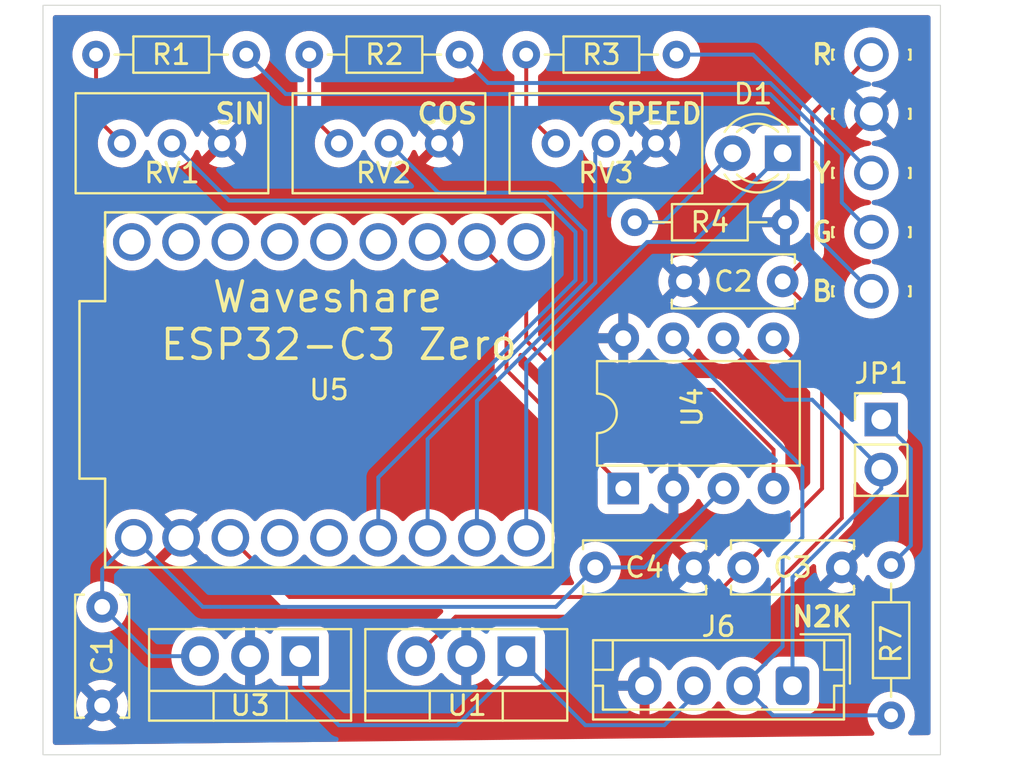
<source format=kicad_pcb>
(kicad_pcb (version 20240108) (generator "pcbnew") (generator_version "8.0")
  (layers (0 "F.Cu" signal) (31 "B.Cu" signal) (34 "B.Paste" user) (35 "F.Paste" user) (36 "B.SilkS" user "B.Silkscreen") (37 "F.SilkS" user "F.Silkscreen") (38 "B.Mask" user) (39 "F.Mask" user) (44 "Edge.Cuts" user))
  (net 0 "")
  (net 1 "+12V")
  (net 2 "+8V")
  (net 3 "GND")
  (net 4 "+5V")
  (net 5 "Net-(U4-TXD)")
  (net 6 "+3.3V")
  (net 7 "Net-(U4-RXD)")
  (net 15 "Net-(JP1-A)")
  (net 16 "Net-(R1-Pad2)")
  (net 17 "Net-(R2-Pad2)")
  (net 18 "Net-(R3-Pad2)")
  (net 19 "Net-(U5-GPIO4)")
  (net 20 "Net-(U5-GPIO3)")
  (net 21 "Net-(U5-GPIO2)")
  (net 22 "Net-(J6-Pin_2)")
  (net 23 "Net-(J6-Pin_1)")
  (net 24 "Net-(J1-Pad1)")
  (net 25 "Net-(J2-Pad1)")
  (net 26 "Net-(J3-Pad1)")
  (net 27 "Net-(D1-A)")
  (net 28 "Net-(D1-K)")
  (footprint "Resistor_THT:R_Axial_DIN0204_L3.6mm_D1.6mm_P7.62mm_Horizontal" (layer "F.Cu") (at 73.62 73.5 180)
    (property "Reference" "R3" (at 3.81 0 180) (layer "F.SilkS"))
    (property "Value" "2200")
    (fp_line (start 6.68 0) (end 5.73 0) (stroke (width 0.12)) (layer "F.SilkS"))
    (fp_line (start 5.73 0.92) (end 5.73 -0.92) (stroke (width 0.12)) (layer "F.SilkS"))
    (fp_line (start 5.73 -0.92) (end 1.89 -0.92) (stroke (width 0.12)) (layer "F.SilkS"))
    (fp_line (start 1.89 0.92) (end 5.73 0.92) (stroke (width 0.12)) (layer "F.SilkS"))
    (fp_line (start 1.89 -0.92) (end 1.89 0.92) (stroke (width 0.12)) (layer "F.SilkS"))
    (fp_line (start 0.94 0) (end 1.89 0) (stroke (width 0.12)) (layer "F.SilkS"))
    (pad "1" thru_hole circle (at 0 0 180) (size 1.4 1.4) (drill 0.7) (layers "*.Cu" "*.Mask") (net 26 "Net-(J3-Pad1)"))
    (pad "2" thru_hole oval (at 7.62 0 180) (size 1.4 1.4) (drill 0.7) (layers "*.Cu" "*.Mask") (net 18 "Net-(R3-Pad2)"))
  )
  (footprint "Package_DIP:DIP-8_W7.62mm" (layer "F.Cu") (at 70.92 95.5 90)
    (property "Reference" "U4" (at 4.12 3.5 270) (layer "F.SilkS"))
    (property "Value" "MCP2562-E-P")
    (fp_line (start 6.46 -1.33) (end 4.81 -1.33) (stroke (width 0.12)) (layer "F.SilkS"))
    (fp_line (start 2.81 -1.33) (end 1.16 -1.33) (stroke (width 0.12)) (layer "F.SilkS"))
    (fp_line (start 1.16 -1.33) (end 1.16 8.95) (stroke (width 0.12)) (layer "F.SilkS"))
    (fp_line (start 6.46 8.95) (end 6.46 -1.33) (stroke (width 0.12)) (layer "F.SilkS"))
    (fp_line (start 1.16 8.95) (end 6.46 8.95) (stroke (width 0.12)) (layer "F.SilkS"))
    (fp_arc (start 4.81 -1.33) (mid 3.81 -0.33) (end 2.81 -1.33) (stroke (width 0.12)) (layer "F.SilkS"))
    (pad "1" thru_hole rect (at 0 0 90) (size 1.6 1.6) (drill 0.8) (layers "*.Cu" "*.Mask") (net 5 "Net-(U4-TXD)"))
    (pad "2" thru_hole oval (at 0 2.54 90) (size 1.6 1.6) (drill 0.8) (layers "*.Cu" "*.Mask") (net 3 "GND"))
    (pad "3" thru_hole oval (at 0 5.08 90) (size 1.6 1.6) (drill 0.8) (layers "*.Cu" "*.Mask") (net 4 "+5V"))
    (pad "4" thru_hole oval (at 0 7.62 90) (size 1.6 1.6) (drill 0.8) (layers "*.Cu" "*.Mask") (net 7 "Net-(U4-RXD)"))
    (pad "5" thru_hole oval (at 7.62 7.62 90) (size 1.6 1.6) (drill 0.8) (layers "*.Cu" "*.Mask") (net 6 "+3.3V"))
    (pad "6" thru_hole oval (at 7.62 5.08 90) (size 1.6 1.6) (drill 0.8) (layers "*.Cu" "*.Mask") (net 23 "Net-(J6-Pin_1)"))
    (pad "7" thru_hole oval (at 7.62 2.54 90) (size 1.6 1.6) (drill 0.8) (layers "*.Cu" "*.Mask") (net 22 "Net-(J6-Pin_2)"))
    (pad "8" thru_hole oval (at 7.62 0 90) (size 1.6 1.6) (drill 0.8) (layers "*.Cu" "*.Mask") (net 3 "GND"))
  )
  (footprint "Potentiometer_THT:Potentiometer_Bourns_3296W_Vertical" (layer "F.Cu") (at 56.5 78 180)
    (property "Reference" "RV2" (at -2.27 -1.5 180) (layer "F.SilkS"))
    (property "Value" "R_Potentiometer_Small")
    (fp_line (start 2.345 -2.53) (end 2.345 2.54) (stroke (width 0.12)) (layer "F.SilkS"))
    (fp_line (start -7.425 2.54) (end 2.345 2.54) (stroke (width 0.12)) (layer "F.SilkS"))
    (fp_line (start -7.425 -2.53) (end 2.345 -2.53) (stroke (width 0.12)) (layer "F.SilkS"))
    (fp_line (start -7.425 -2.53) (end -7.425 2.54) (stroke (width 0.12)) (layer "F.SilkS"))
    (pad "1" thru_hole circle (at 0 0 180) (size 1.44 1.44) (drill 0.8) (layers "*.Cu" "*.Mask") (net 17 "Net-(R2-Pad2)"))
    (pad "2" thru_hole circle (at -2.54 0 180) (size 1.44 1.44) (drill 0.8) (layers "*.Cu" "*.Mask") (net 20 "Net-(U5-GPIO3)"))
    (pad "3" thru_hole circle (at -5.08 0 180) (size 1.44 1.44) (drill 0.8) (layers "*.Cu" "*.Mask") (net 3 "GND"))
  )
  (footprint "Capacitor_THT:C_Disc_D6.0mm_W2.5mm_P5.00mm" (layer "F.Cu") (at 74 85)
    (property "Reference" "C2" (at 2.5 0 360) (layer "F.SilkS"))
    (property "Value" "0.1")
    (fp_line (start -0.62 -1.37) (end -0.62 -0.925) (stroke (width 0.12)) (layer "F.SilkS"))
    (fp_line (start -0.62 -1.37) (end 5.62 -1.37) (stroke (width 0.12)) (layer "F.SilkS"))
    (fp_line (start -0.62 0.925) (end -0.62 1.37) (stroke (width 0.12)) (layer "F.SilkS"))
    (fp_line (start -0.62 1.37) (end 5.62 1.37) (stroke (width 0.12)) (layer "F.SilkS"))
    (fp_line (start 5.62 -1.37) (end 5.62 -0.925) (stroke (width 0.12)) (layer "F.SilkS"))
    (fp_line (start 5.62 0.925) (end 5.62 1.37) (stroke (width 0.12)) (layer "F.SilkS"))
    (pad "1" thru_hole circle (at 0 0) (size 1.6 1.6) (drill 0.8) (layers "*.Cu" "*.Mask") (net 3 "GND"))
    (pad "2" thru_hole circle (at 5 0) (size 1.6 1.6) (drill 0.8) (layers "*.Cu" "*.Mask") (net 2 "+8V"))
  )
  (footprint "Library:KEYSTONE_1267" (layer "F.Cu") (at 83.5 76.5)
    (property "Reference" "J4" (hide yes))
    (property "Value" "1267")
    (fp_line (start -1.98 -0.25) (end -1.91 -0.25) (stroke (width 0.127)) (layer "F.SilkS"))
    (fp_line (start -1.98 0.25) (end -1.98 -0.25) (stroke (width 0.127)) (layer "F.SilkS"))
    (fp_line (start -1.91 0.25) (end -1.98 0.25) (stroke (width 0.127)) (layer "F.SilkS"))
    (fp_line (start 1.91 -0.25) (end 1.98 -0.25) (stroke (width 0.127)) (layer "F.SilkS"))
    (fp_line (start 1.98 -0.25) (end 1.98 0.25) (stroke (width 0.127)) (layer "F.SilkS"))
    (fp_line (start 1.98 0.25) (end 1.91 0.25) (stroke (width 0.127)) (layer "F.SilkS"))
    (pad "1" thru_hole circle (at 0 0) (size 1.755 1.755) (drill 1.17) (layers "*.Cu" "*.Mask") (net 3 "GND"))
  )
  (footprint "Library:KEYSTONE_1267" (layer "F.Cu") (at 83.5 82.5)
    (property "Reference" "J2" (hide yes))
    (property "Value" "1267")
    (fp_line (start -1.98 -0.25) (end -1.91 -0.25) (stroke (width 0.127)) (layer "F.SilkS"))
    (fp_line (start -1.98 0.25) (end -1.98 -0.25) (stroke (width 0.127)) (layer "F.SilkS"))
    (fp_line (start -1.91 0.25) (end -1.98 0.25) (stroke (width 0.127)) (layer "F.SilkS"))
    (fp_line (start 1.91 -0.25) (end 1.98 -0.25) (stroke (width 0.127)) (layer "F.SilkS"))
    (fp_line (start 1.98 -0.25) (end 1.98 0.25) (stroke (width 0.127)) (layer "F.SilkS"))
    (fp_line (start 1.98 0.25) (end 1.91 0.25) (stroke (width 0.127)) (layer "F.SilkS"))
    (pad "1" thru_hole circle (at 0 0) (size 1.755 1.755) (drill 1.17) (layers "*.Cu" "*.Mask") (net 25 "Net-(J2-Pad1)"))
  )
  (footprint "Potentiometer_THT:Potentiometer_Bourns_3296W_Vertical" (layer "F.Cu") (at 45.5 78 180)
    (property "Reference" "RV1" (at -2.54 -1.5 180) (layer "F.SilkS"))
    (property "Value" "R_Potentiometer_Small")
    (fp_line (start 2.345 -2.53) (end 2.345 2.54) (stroke (width 0.12)) (layer "F.SilkS"))
    (fp_line (start -7.425 2.54) (end 2.345 2.54) (stroke (width 0.12)) (layer "F.SilkS"))
    (fp_line (start -7.425 -2.53) (end 2.345 -2.53) (stroke (width 0.12)) (layer "F.SilkS"))
    (fp_line (start -7.425 -2.53) (end -7.425 2.54) (stroke (width 0.12)) (layer "F.SilkS"))
    (pad "1" thru_hole circle (at 0 0 180) (size 1.44 1.44) (drill 0.8) (layers "*.Cu" "*.Mask") (net 16 "Net-(R1-Pad2)"))
    (pad "2" thru_hole circle (at -2.54 0 180) (size 1.44 1.44) (drill 0.8) (layers "*.Cu" "*.Mask") (net 21 "Net-(U5-GPIO2)"))
    (pad "3" thru_hole circle (at -5.08 0 180) (size 1.44 1.44) (drill 0.8) (layers "*.Cu" "*.Mask") (net 3 "GND"))
  )
  (footprint "Connector_JST:JST_EH_B4B-EH-A_1x04_P2.50mm_Vertical" (layer "F.Cu") (at 79.5 105.5 180)
    (property "Reference" "J6" (at 3.75 3 180) (layer "F.SilkS"))
    (property "Value" "Conn_01x04")
    (fp_line (start 10.11 2.31) (end 10.11 -1.71) (stroke (width 0.12)) (layer "F.SilkS"))
    (fp_line (start 10.11 0.81) (end 9.11 0.81) (stroke (width 0.12)) (layer "F.SilkS"))
    (fp_line (start 10.11 -1.71) (end -2.61 -1.71) (stroke (width 0.12)) (layer "F.SilkS"))
    (fp_line (start 9.61 0) (end 10.11 0) (stroke (width 0.12)) (layer "F.SilkS"))
    (fp_line (start 9.61 -1.21) (end 9.61 0) (stroke (width 0.12)) (layer "F.SilkS"))
    (fp_line (start 9.11 0.81) (end 9.11 2.31) (stroke (width 0.12)) (layer "F.SilkS"))
    (fp_line (start -1.61 0.81) (end -1.61 2.31) (stroke (width 0.12)) (layer "F.SilkS"))
    (fp_line (start -2.11 0) (end -2.11 -1.21) (stroke (width 0.12)) (layer "F.SilkS"))
    (fp_line (start -2.11 -1.21) (end 9.61 -1.21) (stroke (width 0.12)) (layer "F.SilkS"))
    (fp_line (start -2.61 2.31) (end 10.11 2.31) (stroke (width 0.12)) (layer "F.SilkS"))
    (fp_line (start -2.61 0.81) (end -1.61 0.81) (stroke (width 0.12)) (layer "F.SilkS"))
    (fp_line (start -2.61 0) (end -2.11 0) (stroke (width 0.12)) (layer "F.SilkS"))
    (fp_line (start -2.61 -1.71) (end -2.61 2.31) (stroke (width 0.12)) (layer "F.SilkS"))
    (fp_line (start -2.91 2.61) (end -0.41 2.61) (stroke (width 0.12)) (layer "F.SilkS"))
    (fp_line (start -2.91 0.11) (end -2.91 2.61) (stroke (width 0.12)) (layer "F.SilkS"))
    (pad "1" thru_hole roundrect (at 0 0 180) (size 1.7 1.95) (drill 0.95) (layers "*.Cu" "*.Mask") (roundrect_rratio 0.147059) (net 23 "Net-(J6-Pin_1)"))
    (pad "2" thru_hole oval (at 2.5 0 180) (size 1.7 1.95) (drill 0.95) (layers "*.Cu" "*.Mask") (net 22 "Net-(J6-Pin_2)"))
    (pad "3" thru_hole oval (at 5 0 180) (size 1.7 1.95) (drill 0.95) (layers "*.Cu" "*.Mask") (net 1 "+12V"))
    (pad "4" thru_hole oval (at 7.5 0 180) (size 1.7 1.95) (drill 0.95) (layers "*.Cu" "*.Mask") (net 3 "GND"))
  )
  (footprint "Resistor_THT:R_Axial_DIN0204_L3.6mm_D1.6mm_P7.62mm_Horizontal" (layer "F.Cu") (at 62.62 73.5 180)
    (property "Reference" "R2" (at 3.81 0 180) (layer "F.SilkS"))
    (property "Value" "2200")
    (fp_line (start 6.68 0) (end 5.73 0) (stroke (width 0.12)) (layer "F.SilkS"))
    (fp_line (start 5.73 0.92) (end 5.73 -0.92) (stroke (width 0.12)) (layer "F.SilkS"))
    (fp_line (start 5.73 -0.92) (end 1.89 -0.92) (stroke (width 0.12)) (layer "F.SilkS"))
    (fp_line (start 1.89 0.92) (end 5.73 0.92) (stroke (width 0.12)) (layer "F.SilkS"))
    (fp_line (start 1.89 -0.92) (end 1.89 0.92) (stroke (width 0.12)) (layer "F.SilkS"))
    (fp_line (start 0.94 0) (end 1.89 0) (stroke (width 0.12)) (layer "F.SilkS"))
    (pad "1" thru_hole circle (at 0 0 180) (size 1.4 1.4) (drill 0.7) (layers "*.Cu" "*.Mask") (net 25 "Net-(J2-Pad1)"))
    (pad "2" thru_hole oval (at 7.62 0 180) (size 1.4 1.4) (drill 0.7) (layers "*.Cu" "*.Mask") (net 17 "Net-(R2-Pad2)"))
  )
  (footprint "Capacitor_THT:C_Disc_D6.0mm_W2.5mm_P5.00mm" (layer "F.Cu") (at 74.5 99.5 180)
    (property "Reference" "C4" (at 2.5 0 180) (layer "F.SilkS"))
    (property "Value" "0.1")
    (fp_line (start 5.62 0.925) (end 5.62 1.37) (stroke (width 0.12)) (layer "F.SilkS"))
    (fp_line (start 5.62 -1.37) (end 5.62 -0.925) (stroke (width 0.12)) (layer "F.SilkS"))
    (fp_line (start -0.62 1.37) (end 5.62 1.37) (stroke (width 0.12)) (layer "F.SilkS"))
    (fp_line (start -0.62 0.925) (end -0.62 1.37) (stroke (width 0.12)) (layer "F.SilkS"))
    (fp_line (start -0.62 -1.37) (end 5.62 -1.37) (stroke (width 0.12)) (layer "F.SilkS"))
    (fp_line (start -0.62 -1.37) (end -0.62 -0.925) (stroke (width 0.12)) (layer "F.SilkS"))
    (pad "1" thru_hole circle (at 0 0 180) (size 1.6 1.6) (drill 0.8) (layers "*.Cu" "*.Mask") (net 3 "GND"))
    (pad "2" thru_hole circle (at 5 0 180) (size 1.6 1.6) (drill 0.8) (layers "*.Cu" "*.Mask") (net 4 "+5V"))
  )
  (footprint "Resistor_THT:R_Axial_DIN0204_L3.6mm_D1.6mm_P7.62mm_Horizontal" (layer "F.Cu") (at 51.81 73.5 180)
    (property "Reference" "R1" (at 3.81 0 180) (layer "F.SilkS"))
    (property "Value" "2200")
    (fp_line (start 6.68 0) (end 5.73 0) (stroke (width 0.12)) (layer "F.SilkS"))
    (fp_line (start 5.73 0.92) (end 5.73 -0.92) (stroke (width 0.12)) (layer "F.SilkS"))
    (fp_line (start 5.73 -0.92) (end 1.89 -0.92) (stroke (width 0.12)) (layer "F.SilkS"))
    (fp_line (start 1.89 0.92) (end 5.73 0.92) (stroke (width 0.12)) (layer "F.SilkS"))
    (fp_line (start 1.89 -0.92) (end 1.89 0.92) (stroke (width 0.12)) (layer "F.SilkS"))
    (fp_line (start 0.94 0) (end 1.89 0) (stroke (width 0.12)) (layer "F.SilkS"))
    (pad "1" thru_hole circle (at 0 0 180) (size 1.4 1.4) (drill 0.7) (layers "*.Cu" "*.Mask") (net 24 "Net-(J1-Pad1)"))
    (pad "2" thru_hole oval (at 7.62 0 180) (size 1.4 1.4) (drill 0.7) (layers "*.Cu" "*.Mask") (net 16 "Net-(R1-Pad2)"))
  )
  (footprint "Library:KEYSTONE_1267" (layer "F.Cu") (at 83.5 85.5)
    (property "Reference" "J1" (hide yes))
    (property "Value" "1267")
    (fp_line (start -1.98 -0.25) (end -1.91 -0.25) (stroke (width 0.127)) (layer "F.SilkS"))
    (fp_line (start -1.98 0.25) (end -1.98 -0.25) (stroke (width 0.127)) (layer "F.SilkS"))
    (fp_line (start -1.91 0.25) (end -1.98 0.25) (stroke (width 0.127)) (layer "F.SilkS"))
    (fp_line (start 1.91 -0.25) (end 1.98 -0.25) (stroke (width 0.127)) (layer "F.SilkS"))
    (fp_line (start 1.98 -0.25) (end 1.98 0.25) (stroke (width 0.127)) (layer "F.SilkS"))
    (fp_line (start 1.98 0.25) (end 1.91 0.25) (stroke (width 0.127)) (layer "F.SilkS"))
    (pad "1" thru_hole circle (at 0 0) (size 1.755 1.755) (drill 1.17) (layers "*.Cu" "*.Mask") (net 24 "Net-(J1-Pad1)"))
  )
  (footprint "Capacitor_THT:C_Disc_D6.0mm_W2.5mm_P5.00mm" (layer "F.Cu") (at 44.5 101.5 -90)
    (property "Reference" "C1" (at 2.5 0 90) (layer "F.SilkS"))
    (property "Value" "0.1")
    (fp_line (start -0.62 1.37) (end 5.62 1.37) (stroke (width 0.12)) (layer "F.SilkS"))
    (fp_line (start -0.62 0.925) (end -0.62 1.37) (stroke (width 0.12)) (layer "F.SilkS"))
    (fp_line (start 5.62 0.925) (end 5.62 1.37) (stroke (width 0.12)) (layer "F.SilkS"))
    (fp_line (start -0.62 -1.37) (end -0.62 -0.925) (stroke (width 0.12)) (layer "F.SilkS"))
    (fp_line (start -0.62 -1.37) (end 5.62 -1.37) (stroke (width 0.12)) (layer "F.SilkS"))
    (fp_line (start 5.62 -1.37) (end 5.62 -0.925) (stroke (width 0.12)) (layer "F.SilkS"))
    (pad "1" thru_hole circle (at 0 0 270) (size 1.6 1.6) (drill 0.8) (layers "*.Cu" "*.Mask") (net 4 "+5V"))
    (pad "2" thru_hole circle (at 5 0 270) (size 1.6 1.6) (drill 0.8) (layers "*.Cu" "*.Mask") (net 3 "GND"))
  )
  (footprint "Connector_PinHeader_2.54mm:PinHeader_1x02_P2.54mm_Vertical" (layer "F.Cu") (at 84 92)
    (property "Reference" "JP1" (at 0 -2.33 360) (layer "F.SilkS"))
    (property "Value" "Jumper_2_Open")
    (fp_line (start -1.33 -1.33) (end 0 -1.33) (stroke (width 0.12)) (layer "F.SilkS"))
    (fp_line (start -1.33 0) (end -1.33 -1.33) (stroke (width 0.12)) (layer "F.SilkS"))
    (fp_line (start -1.33 1.27) (end -1.33 3.87) (stroke (width 0.12)) (layer "F.SilkS"))
    (fp_line (start -1.33 1.27) (end 1.33 1.27) (stroke (width 0.12)) (layer "F.SilkS"))
    (fp_line (start -1.33 3.87) (end 1.33 3.87) (stroke (width 0.12)) (layer "F.SilkS"))
    (fp_line (start 1.33 1.27) (end 1.33 3.87) (stroke (width 0.12)) (layer "F.SilkS"))
    (pad "1" thru_hole rect (at 0 0) (size 1.7 1.7) (drill 1) (layers "*.Cu" "*.Mask") (net 15 "Net-(JP1-A)"))
    (pad "2" thru_hole oval (at 0 2.54) (size 1.7 1.7) (drill 1) (layers "*.Cu" "*.Mask") (net 23 "Net-(J6-Pin_1)"))
  )
  (footprint "Package_TO_SOT_THT:TO-220-3_Vertical" (layer "F.Cu") (at 54.54 104 180)
    (property "Reference" "U3" (at 2.54 -2.5 180) (layer "F.SilkS"))
    (property "Value" "LM7805_TO220")
    (fp_line (start 7.66 -3.27) (end 7.66 1.371) (stroke (width 0.12)) (layer "F.SilkS"))
    (fp_line (start 4.391 -3.27) (end 4.391 -1.76) (stroke (width 0.12)) (layer "F.SilkS"))
    (fp_line (start 0.69 -3.27) (end 0.69 -1.76) (stroke (width 0.12)) (layer "F.SilkS"))
    (fp_line (start -2.58 1.371) (end 7.66 1.371) (stroke (width 0.12)) (layer "F.SilkS"))
    (fp_line (start -2.58 -1.76) (end 7.66 -1.76) (stroke (width 0.12)) (layer "F.SilkS"))
    (fp_line (start -2.58 -3.27) (end 7.66 -3.27) (stroke (width 0.12)) (layer "F.SilkS"))
    (fp_line (start -2.58 -3.27) (end -2.58 1.371) (stroke (width 0.12)) (layer "F.SilkS"))
    (pad "1" thru_hole rect (at 0 0 180) (size 1.905 2) (drill 1.1) (layers "*.Cu" "*.Mask") (net 1 "+12V"))
    (pad "2" thru_hole oval (at 2.54 0 180) (size 1.905 2) (drill 1.1) (layers "*.Cu" "*.Mask") (net 3 "GND"))
    (pad "3" thru_hole oval (at 5.08 0 180) (size 1.905 2) (drill 1.1) (layers "*.Cu" "*.Mask") (net 4 "+5V"))
  )
  (footprint "Resistor_THT:R_Axial_DIN0204_L3.6mm_D1.6mm_P7.62mm_Horizontal" (layer "F.Cu") (at 84.5 107 90)
    (property "Reference" "R7" (at 3.62 0 90) (layer "F.SilkS"))
    (property "Value" "120")
    (fp_line (start 5.73 -0.92) (end 1.89 -0.92) (stroke (width 0.12)) (layer "F.SilkS"))
    (fp_line (start 1.89 -0.92) (end 1.89 0.92) (stroke (width 0.12)) (layer "F.SilkS"))
    (fp_line (start 6.68 0) (end 5.73 0) (stroke (width 0.12)) (layer "F.SilkS"))
    (fp_line (start 0.94 0) (end 1.89 0) (stroke (width 0.12)) (layer "F.SilkS"))
    (fp_line (start 5.73 0.92) (end 5.73 -0.92) (stroke (width 0.12)) (layer "F.SilkS"))
    (fp_line (start 1.89 0.92) (end 5.73 0.92) (stroke (width 0.12)) (layer "F.SilkS"))
    (pad "1" thru_hole circle (at 0 0 90) (size 1.4 1.4) (drill 0.7) (layers "*.Cu" "*.Mask") (net 22 "Net-(J6-Pin_2)"))
    (pad "2" thru_hole oval (at 7.62 0 90) (size 1.4 1.4) (drill 0.7) (layers "*.Cu" "*.Mask") (net 15 "Net-(JP1-A)"))
  )
  (footprint "Package_TO_SOT_THT:TO-220-3_Vertical" (layer "F.Cu") (at 65.5 104 180)
    (property "Reference" "U1" (at 2.5 -2.5 180) (layer "F.SilkS"))
    (property "Value" "LM7808_TO220")
    (fp_line (start 7.66 -3.27) (end 7.66 1.371) (stroke (width 0.12)) (layer "F.SilkS"))
    (fp_line (start 4.391 -3.27) (end 4.391 -1.76) (stroke (width 0.12)) (layer "F.SilkS"))
    (fp_line (start 0.69 -3.27) (end 0.69 -1.76) (stroke (width 0.12)) (layer "F.SilkS"))
    (fp_line (start -2.58 1.371) (end 7.66 1.371) (stroke (width 0.12)) (layer "F.SilkS"))
    (fp_line (start -2.58 -1.76) (end 7.66 -1.76) (stroke (width 0.12)) (layer "F.SilkS"))
    (fp_line (start -2.58 -3.27) (end 7.66 -3.27) (stroke (width 0.12)) (layer "F.SilkS"))
    (fp_line (start -2.58 -3.27) (end -2.58 1.371) (stroke (width 0.12)) (layer "F.SilkS"))
    (pad "1" thru_hole rect (at 0 0 180) (size 1.905 2) (drill 1.1) (layers "*.Cu" "*.Mask") (net 1 "+12V"))
    (pad "2" thru_hole oval (at 2.54 0 180) (size 1.905 2) (drill 1.1) (layers "*.Cu" "*.Mask") (net 3 "GND"))
    (pad "3" thru_hole oval (at 5.08 0 180) (size 1.905 2) (drill 1.1) (layers "*.Cu" "*.Mask") (net 2 "+8V"))
  )
  (footprint "Library:KEYSTONE_1267" (layer "F.Cu") (at 83.5 79.5)
    (property "Reference" "J3" (hide yes))
    (property "Value" "1267")
    (fp_line (start -1.98 -0.25) (end -1.91 -0.25) (stroke (width 0.127)) (layer "F.SilkS"))
    (fp_line (start -1.98 0.25) (end -1.98 -0.25) (stroke (width 0.127)) (layer "F.SilkS"))
    (fp_line (start -1.91 0.25) (end -1.98 0.25) (stroke (width 0.127)) (layer "F.SilkS"))
    (fp_line (start 1.91 -0.25) (end 1.98 -0.25) (stroke (width 0.127)) (layer "F.SilkS"))
    (fp_line (start 1.98 -0.25) (end 1.98 0.25) (stroke (width 0.127)) (layer "F.SilkS"))
    (fp_line (start 1.98 0.25) (end 1.91 0.25) (stroke (width 0.127)) (layer "F.SilkS"))
    (pad "1" thru_hole circle (at 0 0) (size 1.755 1.755) (drill 1.17) (layers "*.Cu" "*.Mask") (net 26 "Net-(J3-Pad1)"))
  )
  (footprint "LED_THT:LED_D3.0mm" (layer "F.Cu") (at 79 78.5 180)
    (property "Reference" "D1" (at 1.5 3 180) (layer "F.SilkS"))
    (property "Value" "LED")
    (fp_line (start -0.29 1.08) (end -0.29 1.236) (stroke (width 0.12)) (layer "F.SilkS"))
    (fp_line (start -0.29 -1.236) (end -0.29 -1.08) (stroke (width 0.12)) (layer "F.SilkS"))
    (fp_arc (start 2.942335 1.078608) (mid 1.366487 1.987659) (end -0.29 1.235516) (stroke (width 0.12)) (layer "F.SilkS"))
    (fp_arc (start 2.31113 1.079837) (mid 1.270117 1.5) (end 0.229039 1.08) (stroke (width 0.12)) (layer "F.SilkS"))
    (fp_arc (start 0.229039 -1.08) (mid 1.270117 -1.5) (end 2.31113 -1.079837) (stroke (width 0.12)) (layer "F.SilkS"))
    (fp_arc (start -0.29 -1.235516) (mid 1.366487 -1.987659) (end 2.942335 -1.078608) (stroke (width 0.12)) (layer "F.SilkS"))
    (pad "1" thru_hole rect (at 0 0 180) (size 1.8 1.8) (drill 0.9) (layers "*.Cu" "*.Mask") (net 28 "Net-(D1-K)"))
    (pad "2" thru_hole circle (at 2.54 0 180) (size 1.8 1.8) (drill 0.9) (layers "*.Cu" "*.Mask") (net 27 "Net-(D1-A)"))
  )
  (footprint "Library:KEYSTONE_1267" (layer "F.Cu") (at 83.5 73.5)
    (property "Reference" "J5" (hide yes))
    (property "Value" "1267")
    (fp_line (start -1.98 -0.25) (end -1.91 -0.25) (stroke (width 0.127)) (layer "F.SilkS"))
    (fp_line (start -1.98 0.25) (end -1.98 -0.25) (stroke (width 0.127)) (layer "F.SilkS"))
    (fp_line (start -1.91 0.25) (end -1.98 0.25) (stroke (width 0.127)) (layer "F.SilkS"))
    (fp_line (start 1.91 -0.25) (end 1.98 -0.25) (stroke (width 0.127)) (layer "F.SilkS"))
    (fp_line (start 1.98 -0.25) (end 1.98 0.25) (stroke (width 0.127)) (layer "F.SilkS"))
    (fp_line (start 1.98 0.25) (end 1.91 0.25) (stroke (width 0.127)) (layer "F.SilkS"))
    (pad "1" thru_hole circle (at 0 0) (size 1.755 1.755) (drill 1.17) (layers "*.Cu" "*.Mask") (net 2 "+8V"))
  )
  (footprint "Resistor_THT:R_Axial_DIN0204_L3.6mm_D1.6mm_P7.62mm_Horizontal" (layer "F.Cu") (at 71.5 82)
    (property "Reference" "R4" (at 3.81 0 0) (layer "F.SilkS"))
    (property "Value" "100")
    (fp_line (start 0.94 0) (end 1.89 0) (stroke (width 0.12)) (layer "F.SilkS"))
    (fp_line (start 1.89 -0.92) (end 1.89 0.92) (stroke (width 0.12)) (layer "F.SilkS"))
    (fp_line (start 1.89 0.92) (end 5.73 0.92) (stroke (width 0.12)) (layer "F.SilkS"))
    (fp_line (start 5.73 -0.92) (end 1.89 -0.92) (stroke (width 0.12)) (layer "F.SilkS"))
    (fp_line (start 5.73 0.92) (end 5.73 -0.92) (stroke (width 0.12)) (layer "F.SilkS"))
    (fp_line (start 6.68 0) (end 5.73 0) (stroke (width 0.12)) (layer "F.SilkS"))
    (pad "1" thru_hole circle (at 0 0) (size 1.4 1.4) (drill 0.7) (layers "*.Cu" "*.Mask") (net 27 "Net-(D1-A)"))
    (pad "2" thru_hole oval (at 7.62 0) (size 1.4 1.4) (drill 0.7) (layers "*.Cu" "*.Mask") (net 3 "GND"))
  )
  (footprint "Library:WAVESHARE_DEVKIT_ESP32-C3-ZERO" (layer "F.Cu") (at 56 90.5 90)
    (property "Reference" "U5" (at 0 0 360) (layer "F.SilkS"))
    (property "Value" "ESP32-C3_SUPERMINI")
    (fp_line (start 4.5 -12.65) (end -4.5 -12.65) (stroke (width 0.127)) (layer "F.SilkS"))
    (fp_line (start 4.5 -12.65) (end 4.5 -11.35) (stroke (width 0.127)) (layer "F.SilkS"))
    (fp_line (start -4.5 -12.65) (end -4.5 -11.35) (stroke (width 0.127)) (layer "F.SilkS"))
    (fp_line (start 9 -11.35) (end 4.5 -11.35) (stroke (width 0.127)) (layer "F.SilkS"))
    (fp_line (start -4.5 -11.35) (end -9 -11.35) (stroke (width 0.127)) (layer "F.SilkS"))
    (fp_line (start 9 11.35) (end 9 -11.35) (stroke (width 0.127)) (layer "F.SilkS"))
    (fp_line (start 9 11.35) (end -9 11.35) (stroke (width 0.127)) (layer "F.SilkS"))
    (fp_line (start -9 11.35) (end -9 -11.35) (stroke (width 0.127)) (layer "F.SilkS"))
    (pad "0" thru_hole circle (at -7.5 -2.5 90) (size 1.905 1.905) (drill 1.27) (layers "*.Cu" "*.Mask"))
    (pad "1" thru_hole circle (at -7.5 0 90) (size 1.905 1.905) (drill 1.27) (layers "*.Cu" "*.Mask"))
    (pad "2" thru_hole circle (at -7.5 2.5 90) (size 1.905 1.905) (drill 1.27) (layers "*.Cu" "*.Mask") (net 21 "Net-(U5-GPIO2)"))
    (pad "3" thru_hole circle (at -7.5 5 90) (size 1.905 1.905) (drill 1.27) (layers "*.Cu" "*.Mask") (net 20 "Net-(U5-GPIO3)"))
    (pad "3.3" thru_hole circle (at -7.5 -5 90) (size 1.905 1.905) (drill 1.27) (layers "*.Cu" "*.Mask") (net 6 "+3.3V"))
    (pad "4" thru_hole circle (at -7.5 7.5 90) (size 1.905 1.905) (drill 1.27) (layers "*.Cu" "*.Mask") (net 19 "Net-(U5-GPIO4)"))
    (pad "5" thru_hole circle (at -7.5 10 90) (size 1.905 1.905) (drill 1.27) (layers "*.Cu" "*.Mask") (net 28 "Net-(D1-K)"))
    (pad "5V" thru_hole circle (at -7.5 -9.9 90) (size 1.905 1.905) (drill 1.27) (layers "*.Cu" "*.Mask") (net 4 "+5V"))
    (pad "6" thru_hole circle (at 7.5 10 90) (size 1.905 1.905) (drill 1.27) (layers "*.Cu" "*.Mask"))
    (pad "7" thru_hole circle (at 7.5 7.5 90) (size 1.905 1.905) (drill 1.27) (layers "*.Cu" "*.Mask") (net 7 "Net-(U4-RXD)"))
    (pad "8" thru_hole circle (at 7.5 5 90) (size 1.905 1.905) (drill 1.27) (layers "*.Cu" "*.Mask") (net 5 "Net-(U4-TXD)"))
    (pad "9" thru_hole circle (at 7.5 2.5 90) (size 1.905 1.905) (drill 1.27) (layers "*.Cu" "*.Mask"))
    (pad "10" thru_hole circle (at 7.5 0 90) (size 1.905 1.905) (drill 1.27) (layers "*.Cu" "*.Mask"))
    (pad "18" thru_hole circle (at 7.5 -2.5 90) (size 1.905 1.905) (drill 1.27) (layers "*.Cu" "*.Mask"))
    (pad "19" thru_hole circle (at 7.5 -5 90) (size 1.905 1.905) (drill 1.27) (layers "*.Cu" "*.Mask"))
    (pad "20" thru_hole circle (at 7.5 -7.5 90) (size 1.905 1.905) (drill 1.27) (layers "*.Cu" "*.Mask"))
    (pad "21" thru_hole circle (at 7.5 -10 90) (size 1.905 1.905) (drill 1.27) (layers "*.Cu" "*.Mask"))
    (pad "G" thru_hole circle (at -7.5 -7.5 90) (size 1.905 1.905) (drill 1.27) (layers "*.Cu" "*.Mask") (net 3 "GND"))
  )
  (footprint "Potentiometer_THT:Potentiometer_Bourns_3296W_Vertical" (layer "F.Cu") (at 67.5 78 180)
    (property "Reference" "RV3" (at -2.54 -1.5 180) (layer "F.SilkS"))
    (property "Value" "R_Potentiometer_Small")
    (fp_line (start 2.345 -2.53) (end 2.345 2.54) (stroke (width 0.12)) (layer "F.SilkS"))
    (fp_line (start -7.425 2.54) (end 2.345 2.54) (stroke (width 0.12)) (layer "F.SilkS"))
    (fp_line (start -7.425 -2.53) (end 2.345 -2.53) (stroke (width 0.12)) (layer "F.SilkS"))
    (fp_line (start -7.425 -2.53) (end -7.425 2.54) (stroke (width 0.12)) (layer "F.SilkS"))
    (pad "1" thru_hole circle (at 0 0 180) (size 1.44 1.44) (drill 0.8) (layers "*.Cu" "*.Mask") (net 18 "Net-(R3-Pad2)"))
    (pad "2" thru_hole circle (at -2.54 0 180) (size 1.44 1.44) (drill 0.8) (layers "*.Cu" "*.Mask") (net 19 "Net-(U5-GPIO4)"))
    (pad "3" thru_hole circle (at -5.08 0 180) (size 1.44 1.44) (drill 0.8) (layers "*.Cu" "*.Mask") (net 3 "GND"))
  )
  (footprint "Capacitor_THT:C_Disc_D6.0mm_W2.5mm_P5.00mm" (layer "F.Cu") (at 77 99.5)
    (property "Reference" "C3" (at 2.5 0 0) (layer "F.SilkS"))
    (property "Value" "0.1")
    (fp_line (start -0.62 -1.37) (end -0.62 -0.925) (stroke (width 0.12)) (layer "F.SilkS"))
    (fp_line (start -0.62 -1.37) (end 5.62 -1.37) (stroke (width 0.12)) (layer "F.SilkS"))
    (fp_line (start -0.62 0.925) (end -0.62 1.37) (stroke (width 0.12)) (layer "F.SilkS"))
    (fp_line (start -0.62 1.37) (end 5.62 1.37) (stroke (width 0.12)) (layer "F.SilkS"))
    (fp_line (start 5.62 -1.37) (end 5.62 -0.925) (stroke (width 0.12)) (layer "F.SilkS"))
    (fp_line (start 5.62 0.925) (end 5.62 1.37) (stroke (width 0.12)) (layer "F.SilkS"))
    (pad "1" thru_hole circle (at 0 0) (size 1.6 1.6) (drill 0.8) (layers "*.Cu" "*.Mask") (net 6 "+3.3V"))
    (pad "2" thru_hole circle (at 5 0) (size 1.6 1.6) (drill 0.8) (layers "*.Cu" "*.Mask") (net 3 "GND"))
  )
  (gr_rect (start 41.5 71) (end 87 109) (stroke (width 0.05)) (fill none) (layer "Edge.Cuts"))
  (gr_text "SPEED" (at 72.5 76.5 0) (layer "F.SilkS") (effects (font (size 1 1) (thickness 0.1875))))
  (gr_text "SIN" (at 51.5 76.5 0) (layer "F.SilkS") (effects (font (size 1 1) (thickness 0.1875))))
  (gr_text "COS" (at 62 76.5 0) (layer "F.SilkS") (effects (font (size 1 1) (thickness 0.1875))))
  (gr_text "B" (at 81 85.5 0) (layer "F.SilkS") (effects (font (size 1 1) (thickness 0.1875))))
  (gr_text "Waveshare \nESP32-C3 Zero" (at 56.5 87 0) (layer "F.SilkS") (effects (font (size 1.5 1.5) (thickness 0.1875))))
  (gr_text "R" (at 81 73.5 0) (layer "F.SilkS") (effects (font (size 1 1) (thickness 0.1875))))
  (gr_text "N2K" (at 81 102 0) (layer "F.SilkS") (effects (font (size 1 1) (thickness 0.1875))))
  (gr_text "G" (at 81 82.5 0) (layer "F.SilkS") (effects (font (size 1 1) (thickness 0.1875))))
  (gr_text "Y" (at 81 79.5 0) (layer "F.SilkS") (effects (font (size 1 1) (thickness 0.1875))))
  (segment (start 65.5 104.5) (end 62.5 107.5) (width 0.2) (layer "B.Cu") (net 1))
  (segment (start 54.54 105.54) (end 54.54 104) (width 0.2) (layer "B.Cu") (net 1))
  (segment (start 73 107.5) (end 69 107.5) (width 0.2) (layer "B.Cu") (net 1))
  (segment (start 74.5 106) (end 73 107.5) (width 0.2) (layer "B.Cu") (net 1))
  (segment (start 69 107.5) (end 65.5 104) (width 0.2) (layer "B.Cu") (net 1))
  (segment (start 65.5 104) (end 65.5 104.5) (width 0.2) (layer "B.Cu") (net 1))
  (segment (start 74.5 105.5) (end 74.5 106) (width 0.2) (layer "B.Cu") (net 1))
  (segment (start 62.5 107.5) (end 56.5 107.5) (width 0.2) (layer "B.Cu") (net 1))
  (segment (start 56.5 107.5) (end 54.54 105.54) (width 0.2) (layer "B.Cu") (net 1))
  (segment (start 80.5 76.5) (end 83.5 73.5) (width 0.2) (layer "F.Cu") (net 2))
  (segment (start 60.42 104) (end 62.42 102) (width 0.2) (layer "F.Cu") (net 2))
  (segment (start 82 97) (end 82 88) (width 0.2) (layer "F.Cu") (net 2))
  (segment (start 62.42 102) (end 77 102) (width 0.2) (layer "F.Cu") (net 2))
  (segment (start 77 102) (end 82 97) (width 0.2) (layer "F.Cu") (net 2))
  (segment (start 79 85) (end 80.5 83.5) (width 0.2) (layer "F.Cu") (net 2))
  (segment (start 82 88) (end 79 85) (width 0.2) (layer "F.Cu") (net 2))
  (segment (start 80.5 83.5) (end 80.5 76.5) (width 0.2) (layer "F.Cu") (net 2))
  (segment (start 50.5 101.5) (end 67.5 101.5) (width 0.2) (layer "B.Cu") (net 4))
  (segment (start 49.46 104) (end 47 104) (width 0.2) (layer "B.Cu") (net 4))
  (segment (start 47 104) (end 44.5 101.5) (width 0.2) (layer "B.Cu") (net 4))
  (segment (start 44.5 99.6) (end 46.1 98) (width 0.2) (layer "B.Cu") (net 4))
  (segment (start 69.5 99.5) (end 72 99.5) (width 0.2) (layer "B.Cu") (net 4))
  (segment (start 46.1 98) (end 49.6 101.5) (width 0.2) (layer "B.Cu") (net 4))
  (segment (start 67.5 101.5) (end 69.5 99.5) (width 0.2) (layer "B.Cu") (net 4))
  (segment (start 72 99.5) (end 76 95.5) (width 0.2) (layer "B.Cu") (net 4))
  (segment (start 44.5 101.5) (end 44.5 99.6) (width 0.2) (layer "B.Cu") (net 4))
  (segment (start 49.6 101.5) (end 50.5 101.5) (width 0.2) (layer "B.Cu") (net 4))
  (segment (start 70.92 95.5) (end 70.92 95.42) (width 0.2) (layer "F.Cu") (net 5))
  (segment (start 70.92 95.42) (end 65 89.5) (width 0.2) (layer "F.Cu") (net 5))
  (segment (start 65 87) (end 61 83) (width 0.2) (layer "F.Cu") (net 5))
  (segment (start 65 89.5) (end 65 87) (width 0.2) (layer "F.Cu") (net 5))
  (segment (start 77 99.5) (end 81 95.5) (width 0.2) (layer "F.Cu") (net 6))
  (segment (start 81 95.5) (end 81 90.34) (width 0.2) (layer "F.Cu") (net 6))
  (segment (start 75.5 101) (end 77 99.5) (width 0.2) (layer "F.Cu") (net 6))
  (segment (start 54 101) (end 75.5 101) (width 0.2) (layer "F.Cu") (net 6))
  (segment (start 81 90.34) (end 78.54 87.88) (width 0.2) (layer "F.Cu") (net 6))
  (segment (start 51 98) (end 54 101) (width 0.2) (layer "F.Cu") (net 6))
  (segment (start 66 88) (end 66 85.5) (width 0.2) (layer "F.Cu") (net 7))
  (segment (start 75.5 90.5) (end 68.5 90.5) (width 0.2) (layer "F.Cu") (net 7))
  (segment (start 68.5 90.5) (end 66 88) (width 0.2) (layer "F.Cu") (net 7))
  (segment (start 66 85.5) (end 63.5 83) (width 0.2) (layer "F.Cu") (net 7))
  (segment (start 78.54 95.5) (end 78.54 93.54) (width 0.2) (layer "F.Cu") (net 7))
  (segment (start 78.54 93.54) (end 75.5 90.5) (width 0.2) (layer "F.Cu") (net 7))
  (segment (start 84.5 99.38) (end 85.5 98.38) (width 0.2) (layer "B.Cu") (net 15))
  (segment (start 85.5 98.38) (end 85.5 93.5) (width 0.2) (layer "B.Cu") (net 15))
  (segment (start 85.5 93.5) (end 84 92) (width 0.2) (layer "B.Cu") (net 15))
  (segment (start 44.19 76.69) (end 45.5 78) (width 0.2) (layer "F.Cu") (net 16))
  (segment (start 44.19 73.5) (end 44.19 76.69) (width 0.2) (layer "F.Cu") (net 16))
  (segment (start 55 76.5) (end 56.5 78) (width 0.2) (layer "F.Cu") (net 17))
  (segment (start 55 73.5) (end 55 76.5) (width 0.2) (layer "F.Cu") (net 17))
  (segment (start 66 73.5) (end 66 76.5) (width 0.2) (layer "F.Cu") (net 18))
  (segment (start 66 76.5) (end 67.5 78) (width 0.2) (layer "F.Cu") (net 18))
  (segment (start 69.5 78.5) (end 69.5 85.065686) (width 0.2) (layer "B.Cu") (net 19))
  (segment (start 63.5 91.065686) (end 63.5 98) (width 0.2) (layer "B.Cu") (net 19))
  (segment (start 70 78) (end 69.5 78.5) (width 0.2) (layer "B.Cu") (net 19))
  (segment (start 69.5 85.065686) (end 63.5 91.065686) (width 0.2) (layer "B.Cu") (net 19))
  (segment (start 70.04 78) (end 70 78) (width 0.2) (layer "B.Cu") (net 19))
  (segment (start 69 82.434315) (end 67.065685 80.5) (width 0.2) (layer "B.Cu") (net 20))
  (segment (start 61.54 80.5) (end 59.04 78) (width 0.2) (layer "B.Cu") (net 20))
  (segment (start 67.065685 80.5) (end 61.54 80.5) (width 0.2) (layer "B.Cu") (net 20))
  (segment (start 61 98) (end 61 93) (width 0.2) (layer "B.Cu") (net 20))
  (segment (start 69 85) (end 69 82.434315) (width 0.2) (layer "B.Cu") (net 20))
  (segment (start 61 93) (end 69 85) (width 0.2) (layer "B.Cu") (net 20))
  (segment (start 50.94 80.9) (end 48.04 78) (width 0.2) (layer "B.Cu") (net 21))
  (segment (start 66.9 80.9) (end 50.94 80.9) (width 0.2) (layer "B.Cu") (net 21))
  (segment (start 68.5 84.934314) (end 68.5 82.5) (width 0.2) (layer "B.Cu") (net 21))
  (segment (start 68.5 82.5) (end 66.9 80.9) (width 0.2) (layer "B.Cu") (net 21))
  (segment (start 58.5 98) (end 58.5 94.934314) (width 0.2) (layer "B.Cu") (net 21))
  (segment (start 58.5 94.934314) (end 68.5 84.934314) (width 0.2) (layer "B.Cu") (net 21))
  (segment (start 78.5 107) (end 84.5 107) (width 0.2) (layer "B.Cu") (net 22))
  (segment (start 79 98.974314) (end 80 97.974314) (width 0.2) (layer "B.Cu") (net 22))
  (segment (start 80 97.974314) (end 80 94.42) (width 0.2) (layer "B.Cu") (net 22))
  (segment (start 80 94.42) (end 73.46 87.88) (width 0.2) (layer "B.Cu") (net 22))
  (segment (start 77 105.5) (end 78.5 107) (width 0.2) (layer "B.Cu") (net 22))
  (segment (start 79 103.5) (end 79 98.974314) (width 0.2) (layer "B.Cu") (net 22))
  (segment (start 77 105.5) (end 79 103.5) (width 0.2) (layer "B.Cu") (net 22))
  (segment (start 84 95.5) (end 84 94.54) (width 0.2) (layer "B.Cu") (net 23))
  (segment (start 79.12 91) (end 80.5 91) (width 0.2) (layer "B.Cu") (net 23))
  (segment (start 80.5 91) (end 84 94.5) (width 0.2) (layer "B.Cu") (net 23))
  (segment (start 84 94.5) (end 84 94.54) (width 0.2) (layer "B.Cu") (net 23))
  (segment (start 76 87.88) (end 79.12 91) (width 0.2) (layer "B.Cu") (net 23))
  (segment (start 79.5 105.5) (end 79.5 100) (width 0.2) (layer "B.Cu") (net 23))
  (segment (start 79.5 100) (end 84 95.5) (width 0.2) (layer "B.Cu") (net 23))
  (segment (start 78.368628 75.5) (end 78 75.5) (width 0.2) (layer "B.Cu") (net 24))
  (segment (start 83.5 85.5) (end 81 83) (width 0.2) (layer "B.Cu") (net 24))
  (segment (start 81 78.131372) (end 78.368628 75.5) (width 0.2) (layer "B.Cu") (net 24))
  (segment (start 51.81 73.5) (end 53.81 75.5) (width 0.2) (layer "B.Cu") (net 24))
  (segment (start 81 83) (end 81 78.131372) (width 0.2) (layer "B.Cu") (net 24))
  (segment (start 53.81 75.5) (end 78 75.5) (width 0.2) (layer "B.Cu") (net 24))
  (segment (start 64.06 74.94) (end 78.374314 74.94) (width 0.2) (layer "B.Cu") (net 25))
  (segment (start 78.374314 74.94) (end 82 78.565686) (width 0.2) (layer "B.Cu") (net 25))
  (segment (start 82 81) (end 83.5 82.5) (width 0.2) (layer "B.Cu") (net 25))
  (segment (start 62.62 73.5) (end 64.06 74.94) (width 0.2) (layer "B.Cu") (net 25))
  (segment (start 82 78.565686) (end 82 81) (width 0.2) (layer "B.Cu") (net 25))
  (segment (start 77.5 73.5) (end 83.5 79.5) (width 0.2) (layer "B.Cu") (net 26))
  (segment (start 73.62 73.5) (end 77.5 73.5) (width 0.2) (layer "B.Cu") (net 26))
  (segment (start 72.96 82) (end 76.46 78.5) (width 0.2) (layer "B.Cu") (net 27))
  (segment (start 71.5 82) (end 72.96 82) (width 0.2) (layer "B.Cu") (net 27))
  (segment (start 74.5 83) (end 79 78.5) (width 0.2) (layer "B.Cu") (net 28))
  (segment (start 66 98) (end 66 89.131372) (width 0.2) (layer "B.Cu") (net 28))
  (segment (start 72.131372 83) (end 74.5 83) (width 0.2) (layer "B.Cu") (net 28))
  (segment (start 66 89.131372) (end 72.131372 83) (width 0.2) (layer "B.Cu") (net 28))
  (zone (net 3) (net_name "GND") (layers "F&B.Cu") (connect_pads (clearance 0.5)) (min_thickness 0.25) (fill yes (thermal_gap 0.5) (thermal_bridge_width 0.5))
    (polygon (pts (xy 42 71.5) (xy 42 108.5) (xy 86.5 108) (xy 86.5 71.5)))
  )
)
</source>
